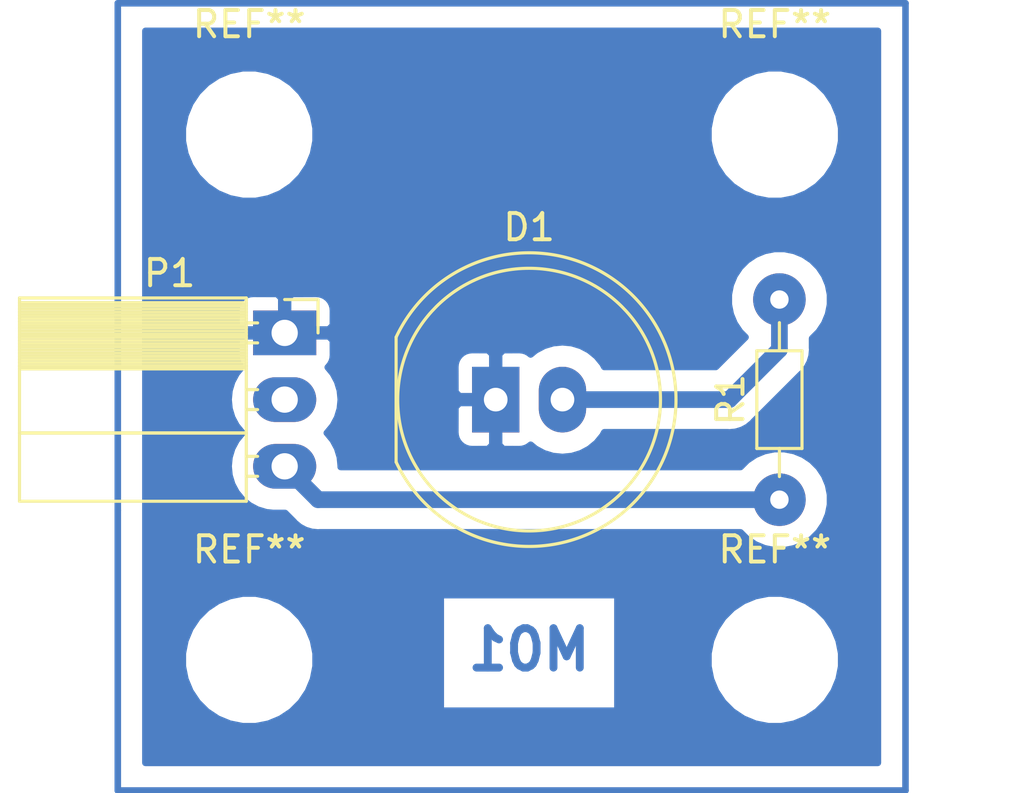
<source format=kicad_pcb>
(kicad_pcb (version 20241229) (generator "pcbnew") (generator_version "9.0")
  (layers (0 "F.Cu" signal) (2 "B.Cu" signal) (13 "F.Paste" user) (15 "B.Paste" user) (5 "F.SilkS" user) (7 "B.SilkS" user) (1 "F.Mask" user) (3 "B.Mask" user) (25 "Edge.Cuts" user))
  (net 0 "")
  (net 1 "GND")
  (net 2 "Net-(D1-Pad2)")
  (net 3 "Net-(P1-Pad2)")
  (net 4 "Net-(P1-Pad3)")
  (footprint "Mounting_Holes:MountingHole_3.2mm_M3" (layer "F.Cu") (at 61.74 42.488)
    (property "Reference" "REF**" (at 0 -4.2 0) (layer "F.SilkS"))
    (property "Value" "MountingHole_3.2mm_M3")
    (pad "" np_thru_hole circle (at 0 0) (size 3.2 3.2) (drill 3.2) (layers "*.Cu" "*.Mask"))
  )
  (footprint "Mounting_Holes:MountingHole_3.2mm_M3" (layer "F.Cu") (at 81.74 42.488)
    (property "Reference" "REF**" (at 0 -4.2 0) (layer "F.SilkS"))
    (property "Value" "MountingHole_3.2mm_M3")
    (pad "" np_thru_hole circle (at 0 0) (size 3.2 3.2) (drill 3.2) (layers "*.Cu" "*.Mask"))
  )
  (footprint "Mounting_Holes:MountingHole_3.2mm_M3" (layer "F.Cu") (at 81.74 62.488)
    (property "Reference" "REF**" (at 0 -4.2 0) (layer "F.SilkS"))
    (property "Value" "MountingHole_3.2mm_M3")
    (pad "" np_thru_hole circle (at 0 0) (size 3.2 3.2) (drill 3.2) (layers "*.Cu" "*.Mask"))
  )
  (footprint "Mounting_Holes:MountingHole_3.2mm_M3" (layer "F.Cu") (at 61.74 62.488)
    (property "Reference" "REF**" (at 0 -4.2 0) (layer "F.SilkS"))
    (property "Value" "MountingHole_3.2mm_M3")
    (pad "" np_thru_hole circle (at 0 0) (size 3.2 3.2) (drill 3.2) (layers "*.Cu" "*.Mask"))
  )
  (footprint "LEDs:LED_D10.0mm" (layer "F.Cu") (at 71.12 52.578)
    (property "Reference" "D1" (at 1.27 -6.56 0) (layer "F.SilkS"))
    (property "Value" "LED")
    (fp_line (start -3.79 -2.376) (end -3.79 2.376) (stroke (width 0.12)) (layer "F.SilkS"))
    (fp_arc (start -3.79 -2.375816) (mid 2.484794 -5.456407) (end 6.859998 -0.004741) (stroke (width 0.12)) (layer "F.SilkS"))
    (fp_arc (start 6.859998 0.004741) (mid 2.484794 5.456407) (end -3.79 2.375816) (stroke (width 0.12)) (layer "F.SilkS"))
    (fp_circle (center 1.27 0) (end 6.27 0) (stroke (width 0.12)) (fill no) (layer "F.SilkS"))
    (pad "1" thru_hole rect (at 0 0) (size 1.8 2.5) (drill 0.9) (layers "*.Cu" "*.Mask") (net 1 "GND"))
    (pad "2" thru_hole oval (at 2.54 0) (size 1.8 2.5) (drill 0.9) (layers "*.Cu" "*.Mask") (net 2 "Net-(D1-Pad2)"))
  )
  (footprint "Socket_Strips:Socket_Strip_Angled_1x03_Pitch2.54mm" (layer "F.Cu") (at 63.09 50.038)
    (property "Reference" "P1" (at -4.38 -2.27 0) (layer "F.SilkS"))
    (property "Value" "CONN_01X03")
    (fp_line (start -10.09 -1.33) (end -1.46 -1.33) (stroke (width 0.12)) (layer "F.SilkS"))
    (fp_line (start -10.09 1.27) (end -10.09 -1.33) (stroke (width 0.12)) (layer "F.SilkS"))
    (fp_line (start -10.09 1.27) (end -1.46 1.27) (stroke (width 0.12)) (layer "F.SilkS"))
    (fp_line (start -10.09 3.81) (end -10.09 1.27) (stroke (width 0.12)) (layer "F.SilkS"))
    (fp_line (start -10.09 3.81) (end -1.46 3.81) (stroke (width 0.12)) (layer "F.SilkS"))
    (fp_line (start -10.09 6.41) (end -10.09 3.81) (stroke (width 0.12)) (layer "F.SilkS"))
    (fp_line (start -1.46 -1.33) (end -1.46 1.27) (stroke (width 0.12)) (layer "F.SilkS"))
    (fp_line (start -1.46 -1.15) (end -10.09 -1.15) (stroke (width 0.12)) (layer "F.SilkS"))
    (fp_line (start -1.46 -1.03) (end -10.09 -1.03) (stroke (width 0.12)) (layer "F.SilkS"))
    (fp_line (start -1.46 -0.91) (end -10.09 -0.91) (stroke (width 0.12)) (layer "F.SilkS"))
    (fp_line (start -1.46 -0.79) (end -10.09 -0.79) (stroke (width 0.12)) (layer "F.SilkS"))
    (fp_line (start -1.46 -0.67) (end -10.09 -0.67) (stroke (width 0.12)) (layer "F.SilkS"))
    (fp_line (start -1.46 -0.55) (end -10.09 -0.55) (stroke (width 0.12)) (layer "F.SilkS"))
    (fp_line (start -1.46 -0.43) (end -10.09 -0.43) (stroke (width 0.12)) (layer "F.SilkS"))
    (fp_line (start -1.46 -0.31) (end -10.09 -0.31) (stroke (width 0.12)) (layer "F.SilkS"))
    (fp_line (start -1.46 -0.19) (end -10.09 -0.19) (stroke (width 0.12)) (layer "F.SilkS"))
    (fp_line (start -1.46 -0.07) (end -10.09 -0.07) (stroke (width 0.12)) (layer "F.SilkS"))
    (fp_line (start -1.46 0.05) (end -10.09 0.05) (stroke (width 0.12)) (layer "F.SilkS"))
    (fp_line (start -1.46 0.17) (end -10.09 0.17) (stroke (width 0.12)) (layer "F.SilkS"))
    (fp_line (start -1.46 0.29) (end -10.09 0.29) (stroke (width 0.12)) (layer "F.SilkS"))
    (fp_line (start -1.46 0.41) (end -10.09 0.41) (stroke (width 0.12)) (layer "F.SilkS"))
    (fp_line (start -1.46 0.53) (end -10.09 0.53) (stroke (width 0.12)) (layer "F.SilkS"))
    (fp_line (start -1.46 0.65) (end -10.09 0.65) (stroke (width 0.12)) (layer "F.SilkS"))
    (fp_line (start -1.46 0.77) (end -10.09 0.77) (stroke (width 0.12)) (layer "F.SilkS"))
    (fp_line (start -1.46 0.89) (end -10.09 0.89) (stroke (width 0.12)) (layer "F.SilkS"))
    (fp_line (start -1.46 1.01) (end -10.09 1.01) (stroke (width 0.12)) (layer "F.SilkS"))
    (fp_line (start -1.46 1.13) (end -10.09 1.13) (stroke (width 0.12)) (layer "F.SilkS"))
    (fp_line (start -1.46 1.25) (end -10.09 1.25) (stroke (width 0.12)) (layer "F.SilkS"))
    (fp_line (start -1.46 1.27) (end -10.09 1.27) (stroke (width 0.12)) (layer "F.SilkS"))
    (fp_line (start -1.46 1.27) (end -1.46 3.81) (stroke (width 0.12)) (layer "F.SilkS"))
    (fp_line (start -1.46 1.37) (end -10.09 1.37) (stroke (width 0.12)) (layer "F.SilkS"))
    (fp_line (start -1.46 3.81) (end -10.09 3.81) (stroke (width 0.12)) (layer "F.SilkS"))
    (fp_line (start -1.46 3.81) (end -1.46 6.41) (stroke (width 0.12)) (layer "F.SilkS"))
    (fp_line (start -1.46 6.41) (end -10.09 6.41) (stroke (width 0.12)) (layer "F.SilkS"))
    (fp_line (start -1.03 -0.38) (end -1.46 -0.38) (stroke (width 0.12)) (layer "F.SilkS"))
    (fp_line (start -1.03 0.38) (end -1.46 0.38) (stroke (width 0.12)) (layer "F.SilkS"))
    (fp_line (start -1.03 2.16) (end -1.46 2.16) (stroke (width 0.12)) (layer "F.SilkS"))
    (fp_line (start -1.03 2.92) (end -1.46 2.92) (stroke (width 0.12)) (layer "F.SilkS"))
    (fp_line (start -1.03 4.7) (end -1.46 4.7) (stroke (width 0.12)) (layer "F.SilkS"))
    (fp_line (start -1.03 5.46) (end -1.46 5.46) (stroke (width 0.12)) (layer "F.SilkS"))
    (fp_line (start 0 -1.27) (end 1.27 -1.27) (stroke (width 0.12)) (layer "F.SilkS"))
    (fp_line (start 1.27 -1.27) (end 1.27 0) (stroke (width 0.12)) (layer "F.SilkS"))
    (pad "1" thru_hole rect (at 0 0) (size 2.4 1.7) (drill 1) (layers "*.Cu" "*.Mask") (net 1 "GND"))
    (pad "2" thru_hole oval (at 0 2.54) (size 2.4 1.7) (drill 1) (layers "*.Cu" "*.Mask") (net 3 "Net-(P1-Pad2)"))
    (pad "3" thru_hole oval (at 0 5.08) (size 2.4 1.7) (drill 1) (layers "*.Cu" "*.Mask") (net 4 "Net-(P1-Pad3)"))
  )
  (footprint "Resistors_ThroughHole:R_Axial_DIN0204_L3.6mm_D1.6mm_P7.62mm_Horizontal" (layer "F.Cu") (at 81.915 56.388 90)
    (property "Reference" "R1" (at 3.81 -1.86 270) (layer "F.SilkS"))
    (property "Value" "470")
    (fp_line (start 5.67 -0.86) (end 1.95 -0.86) (stroke (width 0.12)) (layer "F.SilkS"))
    (fp_line (start 1.95 -0.86) (end 1.95 0.86) (stroke (width 0.12)) (layer "F.SilkS"))
    (fp_line (start 6.74 0) (end 5.67 0) (stroke (width 0.12)) (layer "F.SilkS"))
    (fp_line (start 0.88 0) (end 1.95 0) (stroke (width 0.12)) (layer "F.SilkS"))
    (fp_line (start 5.67 0.86) (end 5.67 -0.86) (stroke (width 0.12)) (layer "F.SilkS"))
    (fp_line (start 1.95 0.86) (end 5.67 0.86) (stroke (width 0.12)) (layer "F.SilkS"))
    (pad "1" thru_hole circle (at 0 0 90) (size 2 2) (drill 0.7) (layers "*.Cu" "*.Mask") (net 4 "Net-(P1-Pad3)"))
    (pad "2" thru_hole oval (at 7.62 0 90) (size 2 2) (drill 0.7) (layers "*.Cu" "*.Mask") (net 2 "Net-(D1-Pad2)"))
  )
  (gr_text "M01" (at 72.39 62.103 0) (layer "B.Cu") (effects (font (size 1.5 1.5) (thickness 0.3)) (justify mirror)))
  (segment (start 56.74 67.46) (end 56.74 56.792) (width 0.25) (layer "B.Cu") (net 0))
  (segment (start 86.712 67.46) (end 56.74 67.46) (width 0.25) (layer "B.Cu") (net 0))
  (segment (start 86.712 37.488) (end 86.712 67.46) (width 0.25) (layer "B.Cu") (net 0))
  (segment (start 56.74 37.488) (end 86.712 37.488) (width 0.25) (layer "B.Cu") (net 0))
  (segment (start 56.74 56.792) (end 56.74 37.488) (width 0.25) (layer "B.Cu") (net 0))
  (segment (start 81.915 50.673) (end 81.915 48.768) (width 0.635) (layer "B.Cu") (net 2))
  (segment (start 80.01 52.578) (end 81.915 50.673) (width 0.635) (layer "B.Cu") (net 2))
  (segment (start 73.66 52.578) (end 80.01 52.578) (width 0.635) (layer "B.Cu") (net 2))
  (segment (start 64.36 56.388) (end 63.09 55.118) (width 0.635) (layer "B.Cu") (net 4))
  (segment (start 81.915 56.388) (end 64.36 56.388) (width 0.635) (layer "B.Cu") (net 4))
  (zone (net 1) (net_name "GND") (layer "B.Cu") (connect_pads (clearance 0.8)) (min_thickness 0.254) (fill yes (thermal_gap 0.508) (thermal_bridge_width 0.508))
    (polygon (pts (xy 86.712 67.46) (xy 56.74 67.46) (xy 56.74 37.488) (xy 86.712 37.488)))
  )
)
</source>
